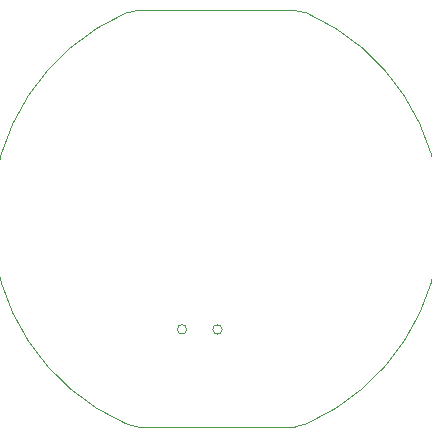
<source format=gbr>
%TF.GenerationSoftware,KiCad,Pcbnew,8.0.4*%
%TF.CreationDate,2024-12-05T11:14:02-05:00*%
%TF.ProjectId,IMpack,494d7061-636b-42e6-9b69-6361645f7063,rev?*%
%TF.SameCoordinates,Original*%
%TF.FileFunction,Profile,NP*%
%FSLAX46Y46*%
G04 Gerber Fmt 4.6, Leading zero omitted, Abs format (unit mm)*
G04 Created by KiCad (PCBNEW 8.0.4) date 2024-12-05 11:14:02*
%MOMM*%
%LPD*%
G01*
G04 APERTURE LIST*
%TA.AperFunction,Profile*%
%ADD10C,0.100000*%
%TD*%
%TA.AperFunction,Profile*%
%ADD11C,0.050000*%
%TD*%
G04 APERTURE END LIST*
D10*
X93350000Y-117661000D02*
G75*
G02*
X92342005Y-117388989I142300J2531000D01*
G01*
X106650000Y-82399000D02*
G75*
G02*
X107658002Y-82610996I300J-2501000D01*
G01*
X92342000Y-82611000D02*
G75*
G02*
X93350000Y-82399004I1007700J-2289000D01*
G01*
X107658000Y-82611000D02*
G75*
G02*
X107658000Y-117389000I-7657860J-17389000D01*
G01*
X106650000Y-82399000D02*
X93350000Y-82399000D01*
X92342000Y-117389000D02*
G75*
G02*
X92342000Y-82611000I7657860J17389000D01*
G01*
X93350000Y-117661000D02*
X106650000Y-117661000D01*
X107658000Y-117389000D02*
G75*
G02*
X106650001Y-117661012I-1150300J2259000D01*
G01*
D11*
%TO.C,SW201*%
X97500000Y-109400000D02*
G75*
G02*
X96700000Y-109400000I-400000J0D01*
G01*
X96700000Y-109400000D02*
G75*
G02*
X97500000Y-109400000I400000J0D01*
G01*
X100500000Y-109400000D02*
G75*
G02*
X99700000Y-109400000I-400000J0D01*
G01*
X99700000Y-109400000D02*
G75*
G02*
X100500000Y-109400000I400000J0D01*
G01*
%TD*%
M02*

</source>
